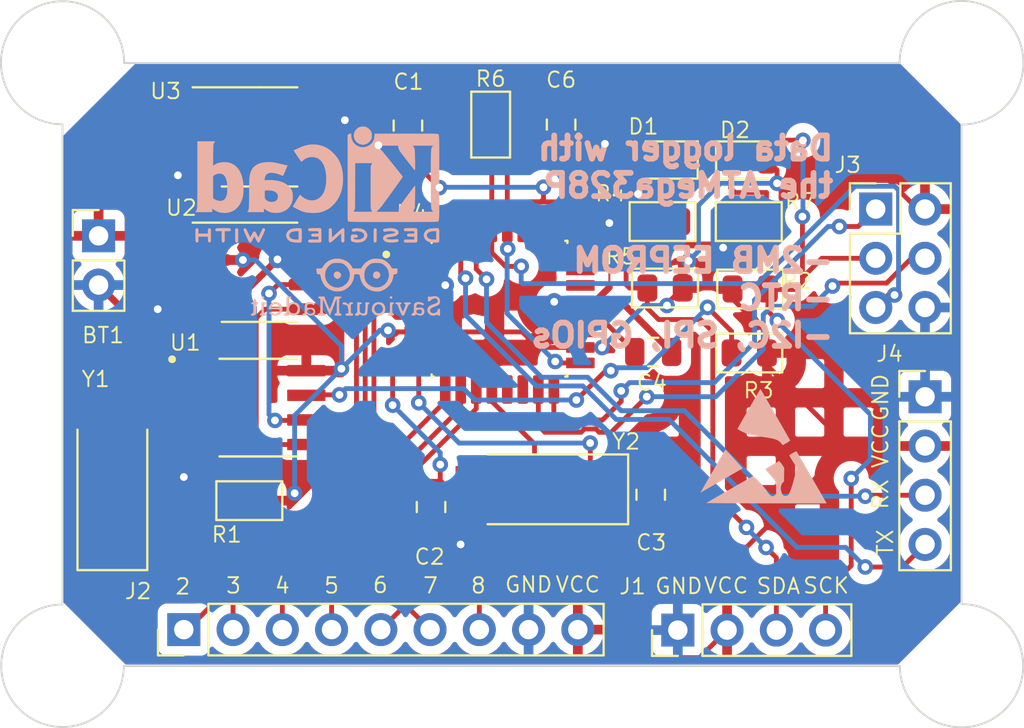
<source format=kicad_pcb>
(kicad_pcb (version 20221018) (generator pcbnew)
  (title_block (title "${project_name}") (date "2024-05-05") (rev "1") (comment 1 " 2-layer PCB version"))
  (layers (0 "F.Cu" mixed) (31 "B.Cu" mixed) (34 "B.Paste" user) (35 "F.Paste" user) (36 "B.SilkS" user "B.Silkscreen") (37 "F.SilkS" user "F.Silkscreen") (38 "B.Mask" user) (39 "F.Mask" user) (44 "Edge.Cuts" user))
  (property "Project_name" "MCu Datalogger with memory and clock")
  (net 0 "")
  (net 1 "/Vcc")
  (net 2 "GND")
  (net 3 "Net-(U4-PB6)")
  (net 4 "Net-(U4-PB7)")
  (net 5 "Net-(U4-AREF)")
  (net 6 "Net-(D1-K)")
  (net 7 "SCK")
  (net 8 "Net-(D2-K)")
  (net 9 "SDA")
  (net 10 "D2")
  (net 11 "D3")
  (net 12 "D4")
  (net 13 "D5")
  (net 14 "D6")
  (net 15 "D7")
  (net 16 "D8")
  (net 17 "MISO")
  (net 18 "MOSI")
  (net 19 "RESET")
  (net 20 "RX")
  (net 21 "TX")
  (net 22 "Net-(U1-~{INTA})")
  (net 23 "Net-(U1-SQW{slash}~INT)")
  (net 24 "Net-(U1-X2)")
  (net 25 "Net-(U1-X1)")
  (footprint "LED_SMD:LED_0805_2012Metric" (layer "F.Cu") (at 148.7443 91.9988)
    (fp_text reference "D2")
    (fp_text value "LED" hide)
  )
  (footprint "Connector_PinHeader_2.54mm:PinHeader_1x04_P2.54mm_Vertical" (layer "F.Cu") (at 157.8356 104.2162)
    (fp_text reference "J4")
    (fp_text value "UART" hide)
  )
  (footprint "MountingHole:MountingHole_2.1mm" (layer "F.Cu") (at 113.355017 118.110035)
    (fp_text reference "H2")
    (fp_text value "MountingHole" hide)
  )
  (footprint "Package_SO:SOIC-8_3.9x4.9mm_P1.27mm" (layer "F.Cu") (at 123.515017 90.805035)
    (fp_text reference "U3")
    (fp_text value "24LC1025" hide)
  )
  (footprint "MountingHole:MountingHole_2.1mm" (layer "F.Cu") (at 159.710017 118.110035)
    (fp_text reference "H3")
    (fp_text value "MountingHole" hide)
  )
  (footprint "Connector_PinHeader_2.54mm:PinHeader_1x09_P2.54mm_Vertical" (layer "F.Cu") (at 119.6086 116.2304 90)
    (fp_text reference "J2")
    (fp_text value "GPIO" hide)
  )
  (footprint "PCM_Resistor_SMD_AKL:R_0805_2012Metric" (layer "F.Cu") (at 148.7678 101.9556 180)
    (fp_text reference "R2")
    (fp_text value "10K" hide)
  )
  (footprint "Capacitor_SMD:C_0805_2012Metric" (layer "F.Cu") (at 131.1656 90.2208 -90)
    (fp_text reference "C1")
    (fp_text value "0.1uF" hide)
  )
  (footprint "Capacitor_SMD:C_0805_2012Metric" (layer "F.Cu") (at 132.3594 109.9058 90)
    (fp_text reference "C2")
    (fp_text value "22pF" hide)
  )
  (footprint "Capacitor_SMD:C_0805_2012Metric" (layer "F.Cu") (at 143.6878 109.2708 90)
    (fp_text reference "C3")
    (fp_text value "22pF" hide)
  )
  (footprint "Capacitor_SMD:C_0805_2012Metric" (layer "F.Cu") (at 139.065 90.17 90)
    (fp_text reference "C6")
    (fp_text value "100nF" hide)
  )
  (footprint "Crystal:Crystal_SMD_5032-2Pin_5.0x3.2mm_HandSoldering" (layer "F.Cu") (at 115.9256 108.6104 90)
    (fp_text reference "Y1")
    (fp_text value "32.768 KHz" hide)
  )
  (footprint "Package_SO:SOIC-8_3.9x4.9mm_P1.27mm" (layer "F.Cu") (at 123.515017 97.790035)
    (fp_text reference "U2")
    (fp_text value "24LC1025" hide)
  )
  (footprint "MountingHole:MountingHole_2.1mm" (layer "F.Cu") (at 159.710017 86.995035)
    (fp_text reference "H4")
    (fp_text value "MountingHole" hide)
  )
  (footprint "Connector_PinHeader_2.54mm:PinHeader_2x03_P2.54mm_Vertical" (layer "F.Cu") (at 155.2906 94.5284)
    (fp_text reference "J3")
    (fp_text value "ICSP" hide)
  )
  (footprint "Connector_PinHeader_2.54mm:PinHeader_1x04_P2.54mm_Vertical" (layer "F.Cu") (at 145.0848 116.2558 90)
    (fp_text reference "J1")
    (fp_text value "I2C" hide)
  )
  (footprint "PCM_Resistor_SMD_AKL:R_0805_2012Metric" (layer "F.Cu") (at 148.8186 98.6536 180)
    (fp_text reference "R3")
    (fp_text value "4.7K" hide)
  )
  (footprint "Crystal:Crystal_SMD_5032-2Pin_5.0x3.2mm_HandSoldering" (layer "F.Cu") (at 137.9728 108.9914 180)
    (fp_text reference "Y2")
    (fp_text value "16 MHz" hide)
  )
  (footprint "PCM_Resistor_SMD_AKL:R_0805_2012Metric" (layer "F.Cu") (at 144.2993 95.1738)
    (fp_text reference "R4")
    (fp_text value "330" hide)
  )
  (footprint "LED_SMD:LED_0805_2012Metric" (layer "F.Cu") (at 144.4244 91.9988 180)
    (fp_text reference "D1")
    (fp_text value "LED" hide)
  )
  (footprint "Capacitor_SMD:C_0805_2012Metric" (layer "F.Cu") (at 143.8148 101.9048)
    (fp_text reference "C4")
    (fp_text value "0.1uF" hide)
  )
  (footprint "DS1337S_:SOIC127P600X175-8N" (layer "F.Cu") (at 123.450017 104.775035)
    (fp_text reference "U1")
    (fp_text value "DS1337S_" hide)
  )
  (footprint "PCM_Resistor_SMD_AKL:R_0805_2012Metric" (layer "F.Cu") (at 122.9868 109.5756 180)
    (fp_text reference "R1")
    (fp_text value "10K" hide)
  )
  (footprint "Connector_PinHeader_2.54mm:PinHeader_1x02_P2.54mm_Vertical" (layer "F.Cu") (at 115.2144 95.9104)
    (fp_text reference "BT1")
    (fp_text value "Battery" hide)
  )
  (footprint "ATMEGA328P-AU:QFP80P900X900X120-32N" (layer "F.Cu") (at 135.89 99.6696)
    (fp_text reference "U4")
    (fp_text value "ATMEGA328P-AU" hide)
  )
  (footprint "MountingHole:MountingHole_2.1mm" (layer "F.Cu") (at 113.411 87.1474)
    (fp_text reference "H1")
    (fp_text value "MountingHole" hide)
  )
  (footprint "PCM_Resistor_SMD_AKL:R_0805_2012Metric" (layer "F.Cu") (at 135.4328 90.17 -90)
    (fp_text reference "R6")
    (fp_text value "10K" hide)
  )
  (footprint "PCM_Resistor_SMD_AKL:R_0805_2012Metric" (layer "F.Cu") (at 144.4244 98.6028 180)
    (fp_text reference "R5")
    (fp_text value "4.7K" hide)
  )
  (footprint "PCM_Resistor_SMD_AKL:R_0805_2012Metric" (layer "F.Cu") (at 148.7443 95.1738)
    (fp_text reference "R7")
    (fp_text value "330" hide)
  )
  (footprint "logo:saiourmadeit" (layer "B.Cu") (at 127.889811 100.062575 180)
    (fp_text reference "G***" hide)
    (fp_text value "LOGO" hide)
  )
  (footprint "Symbol:ESD-Logo_6.6x6mm_SilkScreen" (layer "B.Cu") (at 149.5 106.75 180)
    (fp_text reference "REF**" hide)
    (fp_text value "ESD-Logo_6.6x6mm_SilkScreen" hide)
  )
  (footprint "Symbol:KiCad-Logo2_5mm_SilkScreen" (layer "B.Cu") (at 126.5 93.25 180)
    (fp_text reference "REF**" hide)
    (fp_text value "KiCad-Logo2_5mm_SilkScreen" hide)
  )
  (gr_arc (start 159.709985 114.915004) (mid 161.970713 120.336566) (end 156.535017 118.110035) (stroke (width 0.1)) (layer "Edge.Cuts"))
  (gr_line (start 156.535017 118.110035) (end 116.514982 118.109964) (stroke (width 0.1)) (layer "Edge.Cuts"))
  (gr_line (start 116.530017 86.995035) (end 156.525049 86.995082) (stroke (width 0.1)) (layer "Edge.Cuts"))
  (gr_arc (start 156.525049 86.995082) (mid 161.967135 84.720813) (end 159.710017 90.170034) (stroke (width 0.1)) (layer "Edge.Cuts"))
  (gr_line (start 113.355017 114.935035) (end 113.355017 90.15507) (stroke (width 0.1)) (layer "Edge.Cuts"))
  (gr_line (start 159.710017 90.170034) (end 159.709985 114.915004) (stroke (width 0.1)) (layer "Edge.Cuts"))
  (gr_arc (start 116.514982 118.109964) (mid 111.115287 120.324208) (end 113.355017 114.935035) (stroke (width 0.1)) (layer "Edge.Cuts"))
  (gr_arc (start 113.355017 90.15507) (mid 111.115238 84.729649) (end 116.530017 86.995035) (stroke (width 0.1)) (layer "Edge.Cuts"))
  (gr_text "Data logger with \nthe ATMega328P\n\n-2MB EEPROM\n-RTC\n-I2C, SPI, GPIOs" (at 153.25 101.75) (layer "B.SilkS") (effects (font (size 1.2 1.2) (thickness 0.3) bold) (justify left bottom mirror)))
  (gr_text "VCC" (at 147.574 114.427) (layer "F.SilkS") (effects (font (size 0.8 0.8) (thickness 0.1)) (justify bottom)))
  (gr_text "RX" (at 156 109.25 90) (layer "F.SilkS") (effects (font (size 0.8 0.8) (thickness 0.1)) (justify bottom)))
  (gr_text "VCC" (at 139.9286 114.3762) (layer "F.SilkS") (effects (font (size 0.8 0.8) (thickness 0.1)) (justify bottom)))
  (gr_text "TX" (at 156.25 111.75 90) (layer "F.SilkS") (effects (font (size 0.8 0.8) (thickness 0.1)) (justify bottom)))
  (gr_text "GND\n" (at 145.1356 114.4524) (layer "F.SilkS") (effects (font (size 0.8 0.8) (thickness 0.1)) (justify bottom)))
  (gr_text "5" (at 127.2286 114.427) (layer "F.SilkS") (effects (font (size 0.8 0.8) (thickness 0.1)) (justify bottom)))
  (gr_text "2" (at 119.5578 114.4778) (layer "F.SilkS") (effects (font (size 0.8 0.8) (thickness 0.1)) (justify bottom)))
  (gr_text "7" (at 132.334 114.427) (layer "F.SilkS") (effects (font (size 0.8 0.8) (thickness 0.1)) (justify bottom)))
  (gr_text "6" (at 129.7432 114.4016) (layer "F.SilkS") (effects (font (size 0.8 0.8) (thickness 0.1)) (justify bottom)))
  (gr_text "GND\n" (at 137.3886 114.3762) (layer "F.SilkS") (effects (font (size 0.8 0.8) (thickness 0.1)) (justify bottom)))
  (gr_text "4" (at 124.6886 114.427) (layer "F.SilkS") (effects (font (size 0.8 0.8) (thickness 0.1)) (justify bottom)))
  (gr_text "VCC" (at 156 106.75 90) (layer "F.SilkS") (effects (font (size 0.8 0.8) (thickness 0.1)) (justify bottom)))
  (gr_text "3\n" (at 122.174 114.427) (layer "F.SilkS") (effects (font (size 0.8 0.8) (thickness 0.1)) (justify bottom)))
  (gr_text "GND\n" (at 156 104.25 90) (layer "F.SilkS") (effects (font (size 0.8 0.8) (thickness 0.1)) (justify bottom)))
  (gr_text "8" (at 134.7978 114.427) (layer "F.SilkS") (effects (font (size 0.8 0.8) (thickness 0.1)) (justify bottom)))
  (gr_text "SDA" (at 150.2664 114.4524) (layer "F.SilkS") (effects (font (size 0.8 0.8) (thickness 0.1)) (justify bottom)))
  (gr_text "SCK" (at 152.7302 114.427) (layer "F.SilkS") (effects (font (size 0.8 0.8) (thickness 0.1)) (justify bottom)))
  (segment (start 122.6566 97.155035) (end 121.040017 97.155035) (width 0.25) (layer "F.Cu") (net 1))
  (segment (start 121.040017 88.900035) (end 120.065017 88.900035) (width 0.25) (layer "F.Cu") (net 1))
  (segment (start 157.8306 94.5284) (end 157.45022 94.5284) (width 0.25) (layer "F.Cu") (net 1))
  (segment (start 122.351835 91.440035) (end 123.1138 92.202) (width 0.25) (layer "F.Cu") (net 1))
  (segment (start 119.3292 89.635852) (end 119.3292 90.9574) (width 0.25) (layer "F.Cu") (net 1))
  (segment (start 125.925017 102.870035) (end 127.634965 102.870035) (width 0.25) (layer "F.Cu") (net 1))
  (segment (start 145.3369 98.6028) (end 145.3369 97.5125) (width 0.25) (layer "F.Cu") (net 1))
  (segment (start 123.1392 95.885035) (end 121.040017 95.885035) (width 0.25) (layer "F.Cu") (net 1))
  (segment (start 139.9286 117.6782) (end 139.9032 117.6528) (width 0.25) (layer "F.Cu") (net 1))
  (segment (start 131.1789 89.2575) (end 131.1656 89.2708) (width 0.25) (layer "F.Cu") (net 1))
  (segment (start 131.72 99.2696) (end 131.00222 99.2696) (width 0.25) (layer "F.Cu") (net 1))
  (segment (start 153.8478 106.7562) (end 147.6502 112.9538) (width 0.25) (layer "F.Cu") (net 1))
  (segment (start 145.3369 97.5125) (end 145.6436 97.2058) (width 0.25) (layer "F.Cu") (net 1))
  (segment (start 130.1375 100.7872) (end 130.2199 100.8696) (width 0.25) (layer "F.Cu") (net 1))
  (segment (start 121.040017 98.425035) (end 121.040017 97.155035) (width 0.25) (layer "F.Cu") (net 1))
  (segment (start 125.990017 95.885035) (end 123.1392 95.885035) (width 0.25) (layer "F.Cu") (net 1))
  (segment (start 147.6248 116.2558) (end 146.2024 117.6782) (width 0.25) (layer "F.Cu") (net 1))
  (segment (start 130.2199 100.8696) (end 131.72 100.8696) (width 0.25) (layer "F.Cu") (net 1))
  (segment (start 123.1138 92.202) (end 123.1138 95.859635) (width 0.25) (layer "F.Cu") (net 1))
  (segment (start 119.3292 90.9574) (end 119.811835 91.440035) (width 0.25) (layer "F.Cu") (net 1))
  (segment (start 141.1666 101.6696) (end 141.1732 101.6762) (width 0.25) (layer "F.Cu") (net 1))
  (segment (start 135.4328 89.2575) (end 131.1789 89.2575) (width 0.25) (layer "F.Cu") (net 1))
  (segment (start 150.202042 92.519042) (end 149.6818 91.9988) (width 0.25) (layer "F.Cu") (net 1))
  (segment (start 120.065017 88.900035) (end 119.3292 89.635852) (width 0.25) (layer "F.Cu") (net 1))
  (segment (start 124.9426 109.5756) (end 125.3236 109.1946) (width 0.25) (layer "F.Cu") (net 1))
  (segment (start 139.9286 117.6274) (end 139.9286 116.2304) (width 0.25) (layer "F.Cu") (net 1))
  (segment (start 133.0198 100.8696) (end 137.0646 100.8696) (width 0.25) (layer "F.Cu") (net 1))
  (segment (start 140.06 101.6696) (end 141.1666 101.6696) (width 0.25) (layer "F.Cu") (net 1))
  (segment (start 121.040017 91.440035) (end 122.351835 91.440035) (width 0.25) (layer "F.Cu") (net 1))
  (segment (start 139.065 89.22) (end 135.4703 89.22) (width 0.25) (layer "F.Cu") (net 1))
  (segment (start 130.794835 88.900035) (end 131.1656 89.2708) (width 0.25) (layer "F.Cu") (net 1))
  (segment (start 157.45022 94.5284) (end 154.92062 91.9988) (width 0.25) (layer "F.Cu") (net 1))
  (segment (start 149.6803 100.9377) (end 147.9061 99.1635) (width 0.25) (layer "F.Cu") (net 1))
  (segment (start 137.0646 100.8696) (end 137.8646 101.6696) (width 0.25) (layer "F.Cu") (net 1))
  (segment (start 149.6803 102.5887) (end 153.8478 106.7562) (width 0.25) (layer "F.Cu") (net 1))
  (segment (start 144.526 99.5039) (end 144.526 99.4137) (width 0.25) (layer "F.Cu") (net 1))
  (segment (start 149.6803 101.9556) (end 149.6803 102.5887) (width 0.25) (layer "F.Cu") (net 1))
  (segment (start 135.4703 89.22) (end 135.4328 89.2575) (width 0.25) (layer "F.Cu") (net 1))
  (segment (start 132.95 99.2696) (end 131.72 99.2696) (width 0.25) (layer "F.Cu") (net 1))
  (segment (start 147.8553 98.6028) (end 147.9061 98.6536) (width 0.25) (layer "F.Cu") (net 1))
  (segment (start 144.526 99.4137) (end 145.3369 98.6028) (width 0.25) (layer "F.Cu") (net 1))
  (segment (start 139.9032 117.6528) (end 139.9286 117.6274) (width 0.25) (layer "F.Cu") (net 1))
  (segment (start 131.72 100.8696) (end 133.0198 100.8696) (width 0.25) (layer "F.Cu") (net 1))
  (segment (start 133.0198 100.8696) (end 133.0198 99.3394) (width 0.25) (layer "F.Cu") (net 1))
  (segment (start 127.634965 102.870035) (end 127.7366 102.7684) (width 0.25) (layer "F.Cu") (net 1))
  (segment (start 154.92062 91.9988) (end 149.6818 91.9988) (width 0.25) (layer "F.Cu") (net 1))
  (segment (start 137.8646 101.6696) (end 140.06 101.6696) (width 0.25) (layer "F.Cu") (net 1))
  (segment (start 119.811835 91.440035) (end 121.040017 91.440035) (width 0.25) (layer "F.Cu") (net 1))
  (segment (start 145.3369 98.6028) (end 147.8553 98.6028) (width 0.25) (layer "F.Cu") (net 1))
  (segment (start 115.239765 95.885035) (end 115.2144 95.9104) (width 0.25) (layer "F.Cu") (net 1))
  (segment (start 121.040017 88.900035) (end 125.990017 88.900035) (width 0.25) (layer "F.Cu") (net 1))
  (segment (start 123.1138 95.859635) (end 123.1392 95.885035) (width 0.25) (layer "F.Cu") (net 1))
  (segment (start 153.8478 106.7562) (end 157.8356 106.7562) (width 0.25) (layer "F.Cu") (net 1))
  (segment (start 146.2024 117.6782) (end 139.9286 117.6782) (width 0.25) (layer "F.Cu") (net 1))
  (segment (start 147.6502 112.9538) (end 147.6502 116.2304) (width 0.25) (layer "F.Cu") (net 1))
  (segment (start 121.040017 95.885035) (end 121.040017 97.155035) (width 0.25) (layer "F.Cu") (net 1))
  (segment (start 149.6803 101.9556) (end 149.6803 100.9377) (width 0.25) (layer "F.Cu") (net 1))
  (segment (start 133.0198 99.3394) (end 132.95 99.2696) (width 0.25) (layer "F.Cu") (net 1))
  (segment (start 125.990017 88.900035) (end 130.794835 88.900035) (width 0.25) (layer "F.Cu") (net 1))
  (segment (start 121.040017 95.885035) (end 115.239765 95.885035) (width 0.25) (layer "F.Cu") (net 1))
  (segment (start 147.6502 116.2304) (end 147.6248 116.2558) (width 0.25) (layer "F.Cu") (net 1))
  (segment (start 147.9061 99.1635) (end 147.9061 98.6536) (width 0.25) (layer "F.Cu") (net 1))
  (segment (start 123.8993 109.5756) (end 124.9426 109.5756) (width 0.25) (layer "F.Cu") (net 1))
  (segment (start 150.202042 93.198113) (end 150.202042 92.519042) (width 0.25) (layer "F.Cu") (net 1))
  (via (at 145.6436 97.2058) (size 0.8) (drill 0.4) (layers "F.Cu" "B.Cu") (net 1))
  (via (at 125.3236 109.1946) (size 0.8) (drill 0.4) (layers "F.Cu" "B.Cu") (net 1))
  (via (at 130.1375 100.7872) (size 0.8) (drill 0.4) (layers "F.Cu" "B.Cu") (net 1))
  (via (at 144.526 99.5039) (size 0.8) (drill 0.4) (layers "F.Cu" "B.Cu") (net 1))
  (via (at 141.1732 101.6762) (size 0.8) (drill 0.4) (layers "F.Cu" "B.Cu") (net 1))
  (via (at 150.202042 93.198113) (size 0.8) (drill 0.4) (layers "F.Cu" "B.Cu") (net 1))
  (via (at 127.7366 102.7684) (size 0.8) (drill 0.4) (layers "F.Cu" "B.Cu") (net 1))
  (via (at 122.6566 97.155035) (size 0.8) (drill 0.4) (layers "F.Cu" "B.Cu") (net 1))
  (segment (start 143.3455 99.5039) (end 144.526 99.5039) (width 0.25) (layer "B.Cu") (net 1))
  (segment (start 146.1516 94.3356) (end 147.289087 93.198113) (width 0.25) (layer "B.Cu") (net 1))
  (segment (start 141.1732 101.6762) (end 143.3455 99.5039) (width 0.25) (layer "B.Cu") (net 1))
  (segment (start 125.3236 105.1814) (end 127.7366 102.7684) (width 0.25) (layer "B.Cu") (net 1))
  (segment (start 123.30094 97.155035) (end 127.7366 101.590695) (width 0.25) (layer "B.Cu") (net 1))
  (segment (start 127.7366 101.590695) (end 127.7366 102.7684) (width 0.25) (layer "B.Cu") (net 1))
  (segment (start 145.6436 97.2058) (end 146.1516 96.6978) (width 0.25) (layer "B.Cu") (net 1))
  (segment (start 130.1375 100.7872) (end 129.7178 100.7872) (width 0.25) (layer "B.Cu") (net 1))
  (segment (start 146.1516 96.6978) (end 146.1516 94.3356) (width 0.25) (layer "B.Cu") (net 1))
  (segment (start 122.6566 97.155035) (end 123.30094 97.155035) (width 0.25) (layer "B.Cu") (net 1))
  (segment (start 125.3236 109.1946) (end 125.3236 105.1814) (width 0.25) (layer "B.Cu") (net 1))
  (segment (start 147.289087 93.198113) (end 150.202042 93.198113) (width 0.25) (layer "B.Cu") (net 1))
  (segment (start 129.7178 100.7872) (end 127.7366 102.7684) (width 0.25) (layer "B.Cu") (net 1))
  (segment (start 143.3868 95.1738) (end 143.3868 94.1108) (width 0.35) (layer "F.Cu") (net 2))
  (segment (start 141.5542 98.56389) (end 140.84849 99.2696) (width 0.35) (layer "F.Cu") (net 2))
  (segment (start 140.84849 99.2696) (end 140.06 99.2696) (width 0.35) (layer "F.Cu") (net 2))
  (segment (start 143.3868 94.1108) (end 143.0274 93.7514) (width 0.35) (layer "F.Cu") (net 2))
  (segment (start 144.7648 101.9048) (end 142.1296 99.2696) (width 0.35) (layer "F.Cu") (net 2))
  (segment (start 119.379965 92.710035) (end 119.3038 92.7862) (width 0.35) (layer "F.Cu") (net 2))
  (segment (start 145.0848 111.6178) (end 145.0848 116.2558) (width 0.35) (layer "F.Cu") (net 2))
  (segment (start 144.4244 96.5962) (end 144.6398 96.3808) (width 0.35) (layer "F.Cu") (net 2))
  (segment (start 131.72 100.0696) (end 130.586627 100.0696) (width 0.35) (layer "F.Cu") (net 2))
  (segment (start 115.2144 98.4504) (end 116.4336 99.6696) (width 0.35) (layer "F.Cu") (net 2))
  (segment (start 141.285 91.12) (end 141.3256 91.1606) (width 0.35) (layer "F.Cu") (net 2))
  (segment (start 131.1656 91.1708) (end 129.7076 91.1708) (width 0.35) (layer "F.Cu") (net 2))
  (segment (start 121.040017 99.695035) (end 121.869165 99.695035) (width 0.35) (layer "F.Cu") (net 2))
  (segment (start 121.040017 92.710035) (end 119.379965 92.710035) (width 0.35) (layer "F.Cu") (net 2))
  (segment (start 147.8318 95.1738) (end 147.8318 96.1098) (width 0.35) (layer "F.Cu") (net 2))
  (segment (start 140.06 99.2696) (end 138.7538 99.2696) (width 0.35) (layer "F.Cu") (net 2))
  (segment (start 141.5542 95.25) (end 141.5542 98.56389) (width 0.1) (layer "F.Cu") (net 2))
  (segment (start 130.45222 98.68118) (end 130.6638 98.4696) (width 0.35) (layer "F.Cu") (net 2))
  (segment (start 138.7538 99.2696) (end 138.7094 99.314) (width 0.35) (layer "F.Cu") (net 2))
  (segment (start 142.1296 99.2696) (end 140.06 99.2696) (width 0.35) (layer "F.Cu") (net 2))
  (segment (start 143.3868 95.5586) (end 144.4244 96.5962) (width 0.35) (layer "F.Cu") (net 2))
  (segment (start 130.586627 100.0696) (end 130.45222 99.935193) (width 0.35) (layer "F.Cu") (net 2))
  (segment (start 120.975017 106.989983) (end 119.6086 108.3564) (width 0.35) (layer "F.Cu") (net 2))
  (segment (start 116.8654 99.6696) (end 116.890835 99.695035) (width 0.35) (layer "F.Cu") (net 2))
  (segment (start 130.6638 98.4696) (end 131.72 98.4696) (width 0.35) (layer "F.Cu") (net 2))
  (segment (start 116.890835 99.695035) (end 118.2624 99.695035) (width 0.35) (layer "F.Cu") (net 2))
  (segment (start 132.903 110.8558) (end 133.8834 111.8362) (width 0.35) (layer "F.Cu") (net 2))
  (segment (start 130.45222 99.935193) (end 130.45222 98.68118) (width 0.35) (layer "F.Cu") (net 2))
  (segment (start 143.6878 110.2208) (end 145.0848 111.6178) (width 0.35) (layer "F.Cu") (net 2))
  (segment (start 121.869165 99.695035) (end 124.409165 97.155035) (width 0.35) (layer "F.Cu") (net 2))
  (segment (start 144.6398 96.3808) (end 147.2824 96.3808) (width 0.35) (layer "F.Cu") (net 2))
  (segment (start 118.2624 99.695035) (end 121.040017 99.695035) (width 0.35) (layer "F.Cu") (net 2))
  (segment (start 116.4336 99.6696) (end 116.8654 99.6696) (width 0.35) (layer "F.Cu") (net 2))
  (segment (start 127.685765 90.170035) (end 125.990017 90.170035) (width 0.35) (layer "F.Cu") (net 2))
  (segment (start 125.990017 90.170035) (end 121.040017 90.170035) (width 0.35) (layer "F.Cu") (net 2))
  (segment (start 133.079254 98.4696) (end 133.091519 98.457335) (width 0.35) (layer "F.Cu") (net 2))
  (segment (start 132.3594 110.8558) (end 132.903 110.8558) (width 0.35) (layer "F.Cu") (net 2))
  (segment (start 147.2824 96.3808) (end 147.4216 96.52) (width 0.35) (layer "F.Cu") (net 2))
  (segment (start 131.72 98.4696) (end 133.079254 98.4696) (width 0.35) (layer "F.Cu") (net 2))
  (segment (start 143.3868 95.1738) (end 143.3868 95.5586) (width 0.35) (layer "F.Cu") (net 2))
  (segment (start 124.409165 97.155035) (end 125.990017 97.155035) (width 0.35) (layer "F.Cu") (net 2))
  (segment (start 129.7076 91.1708) (end 129.6416 91.2368) (width 0.35) (layer "F.Cu") (net 2))
  (segment (start 147.8318 96.1098) (end 147.4216 96.52) (width 0.35) (layer "F.Cu") (net 2))
  (segment (start 120.975017 106.680035) (end 120.975017 106.989983) (width 0.35) (layer "F.Cu") (net 2))
  (segment (start 139.065 91.12) (end 141.285 91.12) (width 0.35) (layer "F.Cu") (net 2))
  (segment (start 127.9144 89.9414) (end 127.685765 90.170035) (width 0.35) (layer "F.Cu") (net 2))
  (via (at 138.7094 99.314) (size 0.9) (drill 0.4) (layers "F.Cu" "B.Cu") (net 2))
  (via (at 141.3256 91.1606) (size 0.9) (drill 0.4) (layers "F.Cu" "B.Cu") (net 2))
  (via (at 124.438063 97.126137) (size 0.9) (drill 0.4) (layers "F.Cu" "B.Cu") (net 2))
  (via (at 133.091519 98.457335) (size 0.9) (drill 0.4) (layers "F.Cu" "B.Cu") (net 2))
  (via (at 118.2624 99.695035) (size 0.9) (drill 0.4) (layers "F.Cu" "B.Cu") (net 2))
  (via (at 119.3038 92.7862) (size 0.9) (drill 0.4) (layers "F.Cu" "B.Cu") (net 2))
  (via (at 141.5542 95.25) (size 0.9) (drill 0.4) (layers "F.Cu" "B.Cu") (net 2))
  (via (at 127.9144 89.9414) (size 0.9) (drill 0.4) (layers "F.Cu" "B.Cu") (net 2))
  (via (at 133.8834 111.8362) (size 0.9) (drill 0.4) (layers "F.Cu" "B.Cu") (net 2))
  (via (at 129.6416 91.2368) (size 0.9) (drill 0.4) (layers "F.Cu" "B.Cu") (net 2))
  (via (at 147.4216 96.52) (size 0.9) (drill 0.4) (layers "F.Cu" "B.Cu") (net 2))
  (via (at 143.0274 93.7514) (size 0.8) (drill 0.4) (layers "F.Cu" "B.Cu") (net 2))
  (via (at 119.6086 108.3564) (size 0.9) (drill 0.4) (layers "F.Cu" "B.Cu") (net 2))
  (segment (start 131.760321 97.126137) (end 124.438063 97.126137) (width 0.35) (layer "B.Cu") (net 2))
  (segment (start 119.6086 108.3564) (end 118.999 107.7468) (width 0.35) (layer "B.Cu") (net 2))
  (segment (start 143.0274 93.7768) (end 141.5542 95.25) (width 0.35) (layer "B.Cu") (net 2))
  (segment (start 141.5542 91.3892) (end 141.5542 95.25) (width 0.35) (layer "B.Cu") (net 2))
  (segment (start 118.999 107.7468) (end 118.999 100.431635) (width 0.35) (layer "B.Cu") (net 2))
  (segment (start 143.0274 93.7514) (end 143.0274 93.7768) (width 0.35) (layer "B.Cu") (net 2))
  (segment (start 118.999 100.431635) (end 118.2624 99.695035) (width 0.35) (layer "B.Cu") (net 2))
  (segment (start 141.3256 91.1606) (end 141.5542 91.3892) (width 0.35) (layer "B.Cu") (net 2))
  (segment (start 133.091519 98.457335) (end 131.760321 97.126137) (width 0.35) (layer "B.Cu") (net 2))
  (segment (start 132.833599 108.481601) (end 132.3594 108.9558) (width 0.25) (layer "F.Cu") (net 3))
  (segment (start 130.3782 102.281983) (end 130.3782 104.648) (width 0.25) (layer "F.Cu") (net 3))
  (segment (start 130.990583 101.6696) (end 130.3782 102.281983) (width 0.25) (layer "F.Cu") (net 3))
  (segment (start 131.72 101.6696) (end 130.990583 101.6696) (width 0.25) (layer "F.Cu") (net 3))
  (segment (start 132.833599 107.712999) (end 132.833599 108.481601) (width 0.25) (layer "F.Cu") (net 3))
  (segment (start 135.3728 108.9914) (end 132.395 108.9914) (width 0.25) (layer "F.Cu") (net 3))
  (segment (start 132.395 108.9914) (end 132.3594 108.9558) (width 0.25) (layer "F.Cu") (net 3))
  (via (at 132.833599 107.712999) (size 0.8) (drill 0.4) (layers "F.Cu" "B.Cu") (net 3))
  (via (at 130.3782 104.648) (size 0.8) (drill 0.4) (layers "F.Cu" "B.Cu") (net 3))
  (segment (start 130.3782 104.648) (end 132.833599 107.103399) (width 0.25) (layer "B.Cu") (net 3))
  (segment (start 132.833599 107.103399) (end 132.833599 107.712999) (width 0.25) (layer "B.Cu") (net 3))
  (segment (start 140.5728 106.613) (end 140.5636 106.6038) (width 0.25) (layer "F.Cu") (net 4))
  (segment (start 131.7244 102.474) (end 131.72 102.4696) (width 0.25) (layer "F.Cu") (net 4))
  (segment (start 143.6878 108.3208) (end 141.2434 108.3208) (width 0.25) (layer "F.Cu") (net 4))
  (segment (start 141.2434 108.3208) (end 140.5728 108.9914) (width 0.25) (layer "F.Cu") (net 4))
  (segment (start 131.7244 104.521) (end 131.7244 102.474) (width 0.25) (layer "F.Cu") (net 4))
  (segment (start 140.5728 108.9914) (end 140.5728 106.613) (width 0.25) (layer "F.Cu") (net 4))
  (via (at 140.5636 106.6038) (size 0.8) (drill 0.4) (layers "F.Cu" "B.Cu") (net 4))
  (via (at 131.7244 104.521) (size 0.8) (drill 0.4) (layers "F.Cu" "B.Cu") (net 4))
  (segment (start 133.8072 106.6038) (end 131.7244 104.521) (width 0.25) (layer "B.Cu") (net 4))
  (segment (start 140.5636 106.6038) (end 133.8072 106.6038) (width 0.25) (layer "B.Cu") (net 4))
  (segment (start 141.0296 100.0696) (end 140.06 100.0696) (width 0.25) (layer "F.Cu") (net 5))
  (segment (start 142.8648 101.9048) (end 141.0296 100.0696) (width 0.25) (layer "F.Cu") (net 5))
  (segment (start 145.3619 95.0237) (end 145.2118 95.1738) (width 0.25) (layer "F.Cu") (net 6))
  (segment (start 145.3619 91.9988) (end 145.3619 95.0237) (width 0.25) (layer "F.Cu") (net 6))
  (segment (start 151.511 94.9198) (end 151.511 98.0694) (width 0.25) (layer "F.Cu") (net 7))
  (segment (start 136.8806 91.9988) (end 136.29 92.5894) (width 0.25) (layer "F.Cu") (net 7))
  (segment (start 152.7048 116.2558) (end 152.7048 114.2492) (width 0.25) (layer "F.Cu") (net 7))
  (segment (start 126.923765 98.425035) (end 127.6096 97.7392) (width 0.25) (layer "F.Cu") (net 7))
  (segment (start 145.841234 90.9738) (end 151.5274 90.9738) (width 0.25) (layer "F.Cu") (net 7))
  (segment (start 124.3076 105.4354) (end 125.899652 105.4354) (width 0.25) (layer "F.Cu") (net 7))
  (segment (start 123.7996 93.7514) (end 123.6472 93.599) (width 0.25) (layer "F.Cu") (net 7))
  (segment (start 125.990017 98.425035) (end 126.923765 98.425035) (width 0.25) (layer "F.Cu") (net 7))
  (segment (start 124.6886 94.6404) (end 123.7996 93.7514) (width 0.25) (layer "F.Cu") (net 7))
  (segment (start 123.6472 91.592399) (end 123.863082 91.376517) (width 0.25) (layer "F.Cu") (net 7))
  (segment (start 138.8357 102.4696) (end 138.7602 102.3941) (width 0.25) (layer "F.Cu") (net 7))
  (segment (start 136.3134 95.523) (end 136.29 95.4996) (width 0.25) (layer "F.Cu") (net 7))
  (segment (start 152.512 97.0684) (end 151.511 98.0694) (width 0.25) (layer "F.Cu") (net 7))
  (segment (start 152.7048 114.2492) (end 154.0256 112.9284) (width 0.25) (layer "F.Cu") (net 7))
  (segment (start 151.511 98.0694) (end 151.511 98.425) (width 0.25) (layer "F.Cu") (net 7))
  (segment (start 129.3876 90.17) (end 136.3472 90.17) (width 0.25) (layer "F.Cu") (net 7))
  (segment (start 154.0256 112.9284) (end 154.0256 108.4326) (width 0.25) (layer "F.Cu") (net 7))
  (segment (start 128.117565 91.440035) (end 129.3876 90.17) (width 0.25) (layer "F.Cu") (net 7))
  (segment (start 144.5119 90.9738) (end 145.841234 90.9738) (width 0.25) (layer "F.Cu") (net 7))
  (segment (start 140.06 102.4696) (end 138.8357 102.4696) (width 0.25) (layer "F.Cu") (net 7))
  (segment (start 127.6096 97.7392) (end 127.6096 95.857866) (width 0.25) (layer "F.Cu") (net 7))
  (segment (start 125.899652 105.4354) (end 125.925017 105.410035) (width 0.25) (layer "F.Cu") (net 7))
  (segment (start 136.3472 90.17) (end 136.906 90.7288) (width 0.25) (layer "F.Cu") (net 7))
  (segment (start 149.7311 98.6536) (end 149.7311 99.7947) (width 0.25) (layer "F.Cu") (net 7))
  (segment (start 124.459965 98.425035) (end 124.0028 98.8822) (width 0.25) (layer "F.Cu") (net 7))
  (segment (start 136.3134 96.5792) (end 136.3134 95.523) (width 0.25) (layer "F.Cu") (net 7))
  (segment (start 151.511 98.425) (end 151.257 98.679) (width 0.25) (layer "F.Cu") (net 7))
  (segment (start 123.863082 91.376517) (end 126.028134 91.376517) (width 0.25) (layer "F.Cu") (net 7))
  (segment (start 155.2906 97.0684) (end 152.512 97.0684) (width 0.25) (layer "F.Cu") (net 7))
  (segment (start 149.7565 98.679) (end 149.7311 98.6536) (width 0.25) (layer "F.Cu") (net 7))
  (segment (start 123.6472 93.599) (end 123.6472 91.592399) (width 0.25) (layer "F.Cu") (net 7))
  (segment (start 125.990017 98.425035) (end 124.459965 98.425035) (width 0.25) (layer "F.Cu") (net 7))
  (segment (start 151.5274 90.9738) (end 151.5364 90.9828) (width 0.25) (layer "F.Cu") (net 7))
  (segment (start 136.906 90.7288) (end 136.906 91.9988) (width 0.25) (layer "F.Cu") (net 7))
  (segment (start 143.4869 91.9988) (end 136.906 91.9988) (width 0.25) (layer "F.Cu") (net 7))
  (segment (start 126.392134 94.6404) (end 124.6886 94.6404) (width 0.25) (layer "F.Cu") (net 7))
  (segment (start 136.906 91.9988) (end 136.8806 91.9988) (width 0.25) (layer "F.Cu") (net 7))
  (segment (start 149.7311 99.7947) (end 150.2156 100.2792) (width 0.25) (layer "F.Cu") (net 7))
  (segment (start 151.257 98.679) (end 149.7565 98.679) (width 0.25) (layer "F.Cu") (net 7))
  (segment (start 127.6096 95.857866) (end 126.392134 94.6404) (width 0.25) (layer "F.Cu") (net 7))
  (segment (start 143.4869 91.9988) (end 144.5119 90.9738) (width 0.25) (layer "F.Cu") (net 7))
  (segment (start 136.29 92.5894) (end 136.29 95.4996) (width 0.25) (layer "F.Cu") (net 7))
  (segment (start 125.990017 91.440035) (end 128.117565 91.440035) (width 0.25) (layer "F.Cu") (net 7))
  (via (at 154.0256 108.4326) (size 0.8) (drill 0.4) (layers "F.Cu" "B.Cu") (net 7))
  (via (at 136.3134 96.5792) (size 0.8) (drill 0.4) (layers "F.Cu" "B.Cu") (net 7))
  (via (at 151.511 94.9198) (size 0.8) (drill 0.4) (layers "F.Cu" "B.Cu") (net 7))
  (via (at 124.3076 105.4354) (size 0.8) (drill 0.4) (layers "F.Cu" "B.Cu") (net 7))
  (via (at 138.7602 102.3941) (size 0.8) (drill 0.4) (layers "F.Cu" "B.Cu") (net 7))
  (via (at 124.0028 98.8822) (size 0.8) (drill 0.4) (layers "F.Cu" "B.Cu") (net 7))
  (via (at 150.2156 100.2792) (size 0.8) (drill 0.4) (layers "F.Cu" "B.Cu") (net 7))
  (via (at 151.5364 90.9828) (size 0.8) (drill 0.4) (layers "F.Cu" "B.Cu") (net 7))
  (segment (start 150.2156 100.33) (end 150.2156 100.2792) (width 0.25) (layer "B.Cu") (net 7))
  (segment (start 151.5364 90.9828) (end 151.5364 94.8944) (width 0.25) (layer "B.Cu") (net 7))
  (segment (start 124.0028 98.8822) (end 124.0028 105.1306) (width 0.25) (layer "B.Cu") (net 7))
  (segment (start 138.7602 102.3941) (end 136.2826 99.9165) (width 0.25) (layer "B.Cu") (net 7))
  (segment (start 150.1648 100.2792) (end 150.2156 100.33) (width 0.25) (layer "B.Cu") (net 7))
  (segment (start 155.0162 105.1306) (end 150.2156 100.33) (width 0.25) (layer "B.Cu") (net 7))
  (segment (start 136.2826 99.9165) (end 136.2826 96.61) (width 0.25) (layer "B.Cu") (net 7))
  (segment (start 150.2156 100.2792) (end 150.1648 100.2792) (width 0.25) (layer "B.Cu") (net 7))
  (segment (start 155.0162 107.442) (end 155.0162 105.1306) (width 0.25) (layer "B.Cu") (net 7))
  (segment (start 124.0028 105.1306) (end 124.3076 105.4354) (width 0.25) (layer "B.Cu") (net 7))
  (segment (start 151.5364 94.8944) (end 151.511 94.9198) (width 0.25) (layer "B.Cu") (net 7))
  (segment (start 154.0256 108.4326) (end 155.0162 107.442) (width 0.25) (layer "B.Cu") (net 7))
  (segment (start 136.2826 96.61) (end 136.3134 96.5792) (width 0.25) (layer "B.Cu") (net 7))
  (segment (start 148.0312 93.6752) (end 149.6568 93.6752) (width 0.25) (layer "F.Cu") (net 8))
  (segment (start 147.8068 93.4424) (end 147.8026 93.4466) (width 0.25) (layer "F.Cu") (net 8))
  (segment (start 149.6568 93.6752) (end 149.6568 95.1738) (width 0.25) (layer "F.Cu") (net 8))
  (segment (start 147.8068 91.9988) (end 147.8068 93.4424) (width 0.25) (layer "F.Cu") (net 8))
  (segment (start 147.8026 93.4466) (end 148.0312 93.6752) (width 0.25) (layer "F.Cu") (net 8))
  (segment (start 138.157778 93.403692) (end 138.157778 94.016422) (width 0.25) (layer "F.Cu") (net 9))
  (segment (start 143.5119 98.6028) (end 143.5119 99.6461) (width 0.25) (layer "F.Cu") (net 9))
  (segment (start 132.080035 92.710035) (end 125.990017 92.710035) (width 0.25) (layer "F.Cu") (net 9))
  (segment (start 146.8882 109.22) (end 148.623801 110.955601) (width 0.25) (layer "F.Cu") (net 9))
  (segment (start 142.1202 94.1578) (end 142.4178 94.4554) (width 0.25) (layer "F.Cu") (net 9))
  (segment (start 123.3424 100.1522) (end 123.799565 99.695035) (width 0.25) (layer "F.Cu") (net 9))
  (segment (start 123.3424 106.1974) (end 123.3424 100.1522) (width 0.25) (layer "F.Cu") (net 9))
  (segment (start 124.3076 92.8878) (end 124.3076 93.496004) (width 0.25) (layer "F.Cu") (net 9))
  (segment (start 137.3704 94.1506) (end 138.0236 94.1506) (width 0.25) (layer "F.Cu") (net 9))
  (segment (start 150.1648 112.522) (end 150.1648 116.2558) (width 0.25) (layer "F.Cu") (net 9))
  (segment (start 144.0942 100.2284) (end 146.2532 100.2284) (width 0.25) (layer "F.Cu") (net 9))
  (segment (start 123.825035 106.680035) (end 123.3424 106.1974) (width 0.25) (layer "F.Cu") (net 9))
  (segment (start 137.09 94.431) (end 137.3704 94.1506) (width 0.25) (layer "F.Cu") (net 9))
  (segment (start 128.0596 98.600452) (end 126.965017 99.695035) (width 0.25) (layer "F.Cu") (net 9))
  (segment (start 125.990017 92.710035) (end 124.485365 92.710035) (width 0.25) (layer "F.Cu") (net 9))
  (segment (start 124.3076 93.496004) (end 124.587698 93.776102) (width 0.25) (layer "F.Cu") (net 9))
  (segment (start 142.4178 98.425) (end 142.5956 98.6028) (width 0.25) (layer "F.Cu") (net 9))
  (segment (start 146.2532 100.2284) (end 146.8882 100.8634) (width 0.25) (layer "F.Cu") (net 9))
  (segment (start 125.925017 106.680035) (end 123.825035 106.680035) (width 0.25) (layer "F.Cu") (net 9))
  (segment (start 132.7912 93.4212) (end 132.080035 92.710035) (width 0.25) (layer "F.Cu") (net 9))
  (segment (start 138.0308 94.1578) (end 142.1202 94.1578) (width 0.25) (layer "F.Cu") (net 9))
  (segment (start 126.542102 93.776102) (end 128.0596 95.2936) (width 0.25) (layer "F.Cu") (net 9))
  (segment (start 143.5119 99.6461) (end 144.0942 100.2284) (width 0.25) (layer "F.Cu") (net 9))
  (segment (start 128.0596 95.2936) (end 128.0596 98.600452) (width 0.25) (layer "F.Cu") (net 9))
  (segment (start 126.965017 99.695035) (end 125.990017 99.695035) (width 0.25) (layer "F.Cu") (net 9))
  (segment (start 142.4178 94.4554) (end 142.4178 98.425) (width 0.25) (layer "F.Cu") (net 9))
  (segment (start 137.09 95.4996) (end 137.09 94.431) (width 0.25) (layer "F.Cu") (net 9))
  (segment (start 146.8882 100.8634) (end 146.8882 109.22) (width 0.25) (layer "F.Cu") (net 9))
  (segment (start 149.635699 111.992899) (end 150.1648 112.522) (width 0.25) (layer "F.Cu") (net 9))
  (segment (start 123.799565 99.695035) (end 125.990017 99.695035) (width 0.25) (layer "F.Cu") (net 9))
  (segment (start 142.5956 98.6028) (end 143.5119 98.6028) (width 0.25) (layer "F.Cu") (net 9))
  (segment (start 138.0236 94.1506) (end 138.0308 94.1578) (width 0.25) (layer "F.Cu") (net 9))
  (segment (start 138.157778 94.016422) (end 138.0236 94.1506) (width 0.25) (layer "F.Cu") (net 9))
  (segment (start 124.485365 92.710035) (end 124.3076 92.8878) (width 0.25) (layer "F.Cu") (net 9))
  (segment (start 124.587698 93.776102) (end 126.542102 93.776102) (width 0.25) (layer "F.Cu") (net 9))
  (via (at 132.7912 93.4212) (size 0.8) (drill 0.4) (layers "F.Cu" "B.Cu") (net 9))
  (via (at 138.157778 93.403692) (size 0.8) (drill 0.4) (layers "F.Cu" "B.Cu") (net 9))
  (via (at 148.623801 110.955601) (size 0.8) (drill 0.4) (layers "F.Cu" "B.Cu") (net 9))
  (via (at 149.635699 111.992899) (size 0.8) (drill 0.4) (layers "F.Cu" "B.Cu") (net 9))
  (segment (start 132.808708 93.403692) (end 138.157778 93.403692) (width 0.25) (layer "B.Cu") (net 9))
  (segment (start 148.623801 110.981001) (end 149.635699 111.992899) (width 0.25) (layer "B.Cu") (net 9))
  (segment (start 138.157778 93.192558) (end 138.157778 93.403692) (width 0.25) (layer "B.Cu") (net 9))
  (segment (start 132.7912 93.4212) (end 132.808708 93.403692) (width 0.25) (layer "B.Cu") (net 9))
  (segment (start 148.623801 110.955601) (end 148.623801 110.981001) (width 0.25) (layer "B.Cu") (net 9))
  (segment (start 119.6086 116.2304) (end 119.6086 116.102004) (width 0.25) (layer "F.Cu") (net 10))
  (segment (start 130.368 95.4996) (end 128.513 97.3546) (width 0.25) (layer "F.Cu") (net 10))
  (segment (start 128.513 97.3546) (end 128.513 107.5038) (width 0.25) (layer "F.Cu") (net 10))
  (segment (start 119.7864 116.2304) (end 119.6086 116.2304) (width 0.25) (layer "F.Cu") (net 10))
  (segment (start 128.513 107.5038) (end 119.7864 116.2304) (width 0.25) (layer "F.Cu") (net 10))
  (segment (start 133.09 95.4996) (end 130.368 95.4996) (width 0.25) (layer "F.Cu") (net 10))
  (segment (start 131.72 96.8696) (end 130.3842 96.8696) (width 0.25) (layer "F.Cu") (net 11))
  (segment (start 130.3842 96.8696) (end 128.963 98.2908) (width 0.25) (layer "F.Cu") (net 11))
  (segment (start 128.963 98.2908) (end 128.963 107.690196) (width 0.25) (layer "F.Cu") (net 11))
  (segment (start 122.1486 114.504596) (end 122.1486 116.2304) (width 0.25) (layer "F.Cu") (net 11))
  (segment (start 128.963 107.690196) (end 122.1486 114.504596) (width 0.25) (layer "F.Cu") (net 11))
  (segment (start 129.413 98.5012) (end 129.413 108.4072) (width 0.25) (layer "F.Cu") (net 12))
  (segment (start 124.6886 113.1316) (end 124.6886 116.2304) (width 0.25) (layer "F.Cu") (net 12))
  (segment (start 129.413 108.4072) (end 124.6886 113.1316) (width 0.25) (layer "F.Cu") (net 12))
  (segment (start 130.2446 97.6696) (end 129.413 98.5012) (width 0.25) (layer "F.Cu") (net 12))
  (segment (start 131.72 97.6696) (end 130.2446 97.6696) (width 0.25) (layer "F.Cu") (net 12))
  (segment (start 127.2286 111.506) (end 130.3594 108.3752) (width 0.25) (layer "F.Cu") (net 13))
  (segment (start 130.3594 108.3752) (end 130.3594 107.1814) (width 0.25) (layer "F.Cu") (net 13))
  (segment (start 130.3594 107.1814) (end 133.09 104.4508) (width 0.25) (layer "F.Cu") (net 13))
  (segment (start 127.2286 116.2304) (end 127.2286 111.506) (width 0.25) (layer "F.Cu") (net 13))
  (segment (start 133.09 104.4508) (end 133.09 103.8396) (width 0.25) (layer "F.Cu") (net 13))
  (segment (start 133.89 104.7938) (end 133.89 103.8396) (width 0.25) (layer "F.Cu") (net 14))
  (segment (start 130.8094 115.1896) (end 130.8094 107.8744) (width 0.25) (layer "F.Cu") (net 14))
  (segment (start 129.7686 116.2304) (end 130.8094 115.1896) (width 0.25) (layer "F.Cu") (net 14))
  (segment (start 130.8094 107.8744) (end 133.89 104.7938) (width 0.25) (layer "F.Cu") (net 14))
  (segment (start 131.2594 115.1812) (end 131.2594 108.2626) (width 0.25) (layer "F.Cu") (net 15))
  (segment (start 134.69 104.832) (end 134.69 103.8396) (width 0.25) (layer "F.Cu") (net 15))
  (segment (start 132.3086 116.2304) (end 131.2594 115.1812) (width 0.25) (layer "F.Cu") (net 15))
  (segment (start 131.2594 108.2626) (end 134.69 104.832) (width 0.25) (layer "F.Cu") (net 15))
  (segment (start 137.6934 106.6546) (end 137.6934 110.744) (width 0.25) (layer "F.Cu") (net 16))
  (segment (start 135.49 104.4512) (end 137.6934 106.6546) (width 0.25) (layer "F.Cu") (net 16))
  (segment (start 134.8486 113.5888) (end 134.8486 116.2304) (width 0.25) (layer "F.Cu") (net 16))
  (segment (start 137.6934 110.744) (end 134.8486 113.5888) (width 0.25) (layer "F.Cu") (net 16))
  (segment (start 135.49 103.8396) (end 135.49 104.4512) (width 0.25) (layer "F.Cu") (net 16))
  (segment (start 154.3912 95.4278) (end 155.2906 94.5284) (width 0.25) (layer "F.Cu") (net 17))
  (segment (start 153.416 95.4278) (end 154.3912 95.4278) (width 0.25) (layer "F.Cu") (net 17))
  (segment (start 138.69 105.1946) (end 138.9054 105.41) (width 0.25) (layer "F.Cu") (net 17))
  (segment (start 142.1638 104.452) (end 142.1638 103.9114) (width 0.25) (layer "F.Cu") (net 17))
  (segment (start 138.9054 105.41) (end 141.2058 105.41) (width 0.25) (layer "F.Cu") (net 17))
  (segment (start 138.69 103.8396) (end 138.69 105.1946) (width 0.25) (layer "F.Cu") (net 17))
  (segment (start 141.2058 105.41) (end 142.1638 104.452) (width 0.25) (layer "F.Cu") (net 17))
  (via (at 153.416 95.4278) (size 0.8) (drill 0.4) (layers "F.Cu" "B.Cu") (net 17))
  (via (at 142.1638 103.9114) (size 0.8) (drill 0.4) (layers "F.Cu" "B.Cu") (net 17))
  (segment (start 142.1638 103.9114) (end 142.5901 103.4851) (width 0.25) (layer "B.Cu") (net 17))
  (segment (start 146.9589 103.4851) (end 149.0406 101.4034) (width 0.25) (layer "B.Cu") (net 17))
  (segment (start 149.0406 99.219) (end 152.8318 95.4278) (width 0.25) (layer "B.Cu") (net 17))
  (segment (start 142.5901 103.4851) (end 146.9589 103.4851) (width 0.25) (layer "B.Cu") (net 17))
  (segment (start 149.0406 101.4034) (end 149.0406 99.219) (width 0.25) (layer "B.Cu") (net 17))
  (segment (start 152.8318 95.4278) (end 153.416 95.4278) (width 0.25) (layer "B.Cu") (net 17))
  (segment (start 157.130957 97.0684) (end 157.8306 97.0684) (width 0.25) (layer "F.Cu") (net 18))
  (segment (start 155.850557 98.3488) (end 153.2128 98.3488) (width 0.25) (layer "F.Cu") (net 18))
  (segment (start 155.850557 98.3488) (end 157.130957 97.0684) (width 0.25) (layer "F.Cu") (net 18))
  (segment (start 137.89 105.7082) (end 137.89 103.8396) (width 0.25) (layer "F.Cu") (net 18))
  (segment (start 141.030105 106.045) (end 140.863905 105.8788) (width 0.25) (layer "F.Cu") (net 18))
  (segment (start 138.2268 106.045) (end 137.89 105.7082) (width 0.25) (layer "F.Cu") (net 18))
  (segment (start 143.4846 104.2101) (end 141.6497 106.045) (width 0.25) (layer "F.Cu") (net 18))
  (segment (start 140.863905 105.8788) (end 140.263295 105.8788) (width 0.25) (layer "F.Cu") (net 18))
  (segment (start 141.6497 106.045) (end 141.030105 106.045) (width 0.25) (layer "F.Cu") (net 18))
  (segment (start 140.263295 105.8788) (end 140.097095 106.045) (width 0.25) (layer "F.Cu") (net 18))
  (segment (start 140.097095 106.045) (end 138.2268 106.045) (width 0.25) (layer "F.Cu") (net 18))
  (segment (start 153.2128 98.3488) (end 153.0604 98.5012) (width 0.25) (layer "F.Cu") (net 18))
  (via (at 143.4846 104.2101) (size 0.8) (drill 0.4) (layers "F.Cu" "B.Cu") (net 18))
  (via (at 153.0604 98.5012) (size 0.8) (drill 0.4) (layers "F.Cu" "B.Cu") (net 18))
  (segment (start 149.4906 99.978895) (end 149.4906 101.7662) (width 0.25) (layer "B.Cu") (net 18))
  (segment (start 152.019 99.5426) (end 149.926895 99.5426) (width 0.25) (layer "B.Cu") (net 18))
  (segment (start 149.4906 101.7662) (end 147.0467 104.2101) (width 0.25) (layer "B.Cu") (net 18))
  (segment (start 149.926895 99.5426) (end 149.4906 99.978895) (width 0.25) (layer "B.Cu") (net 18))
  (segment (start 147.0467 104.2101) (end 143.4846 104.2101) (width 0.25) (layer "B.Cu") (net 18))
  (segment (start 153.0604 98.5012) (end 152.019 99.5426) (width 0.25) (layer "B.Cu") (net 18))
  (segment (start 155.935756 98.963244) (end 155.2906 99.6084) (width 0.25) (layer "F.Cu") (net 19))
  (segment (start 135.49 95.4996) (end 135.49 91.1777) (width 0.25) (layer "F.Cu") (net 19))
  (segment (start 135.49 95.4996) (end 135.49 96.7804) (width 0.25) (layer "F.Cu") (net 19))
  (segment (start 135.49 91.1777) (end 135.5598 91.1079) (width 0.25) (layer "F.Cu") (net 19))
  (segment (start 137.0076 97.4852) (end 136.1948 97.4852) (width 0.25) (layer "F.Cu") (net 19))
  (segment (start 136.1948 97.4852) (end 135.49 96.7804) (width 0.25) (layer "F.Cu") (net 19))
  (segment (start 156.261418 98.963244) (end 155.935756 98.963244) (width 0.25) (layer "F.Cu") (net 19))
  (via (at 137.0076 97.4852) (size 0.8) (drill 0.4) (layers "F.Cu" "B.Cu") (net 19))
  (via (at 156.261418 98.963244) (size 0.8) (drill 0.4) (layers "F.Cu" "B.Cu") (net 19))
  (segment (start 137.0838 98.3742) (end 149.1996 98.3742) (width 0.25) (layer "B.Cu") (net 19))
  (segment (start 154.2204 93.3534) (end 156.27522 93.3534) (width 0.25) (layer "B.Cu") (net 19))
  (segment (start 149.1996 98.3742) (end 154.2204 93.3534) (width 0.25) (layer "B.Cu") (net 19))
  (segment (start 137.0076 98.298) (end 137.0838 98.3742) (width 0.25) (layer "B.Cu") (net 19))
  (segment (start 156.27522 93.3534) (end 156.4656 93.54378) (width 0.25) (layer "B.Cu") (net 19))
  (segment (start 156.4656 93.54378) (end 156.4656 98.759062) (width 0.25) (layer "B.Cu") (net 19))
  (segment (start 156.4656 98.759062) (end 156.261418 98.963244) (width 0.25) (layer "B.Cu") (net 19))
  (segment (start 137.0076 97.4852) (end 137.0076 98.298) (width 0.25) (layer "B.Cu") (net 19))
  (segment (start 154.7501 109.347) (end 154.8009 109.2962) (width 0.25) (layer "F.Cu") (net 20))
  (segment (start 134.69 95.4996) (end 134.69 97.622802) (width 0.25) (layer "F.Cu") (net 20))
  (segment (start 154.8009 109.2962) (end 157.8356 109.2962) (width 0.25) (layer "F.Cu") (net 20))
  (segment (start 134.69 97.622802) (end 135.218676 98.151478) (width 0.25) (layer "F.Cu") (net 20))
  (via (at 135.218676 98.151478) (size 0.8) (drill 0.4) (layers "F.Cu" "B.Cu") (net 20))
  (via (at 154.7501 109.347) (size 0.8) (drill 0.4) (layers "F.Cu" "B.Cu") (net 20))
  (segment (start 145.4222 104.9346) (end 142.161695 104.9346) (width 0.25) (layer "B.Cu") (net 20))
  (segment (start 140.434495 103.2074) (end 138.0562 103.2074) (width 0.25) (layer "B.Cu") (net 20))
  (segment (start 135.218676 100.369876) (end 135.218676 98.151478) (width 0.25) (layer "B.Cu") (net 20))
  (segment (start 142.161695 104.9346) (end 140.434495 103.2074) (width 0.25) (layer "B.Cu") (net 20))
  (segment (start 149.8346 109.347) (end 145.4222 104.9346) (width 0.25) (layer "B.Cu") (net 20))
  (segment (start 154.7501 109.347) (end 149.8346 109.347) (width 0.25) (layer "B.Cu") (net 20))
  (segment (start 138.0562 103.2074) (end 135.218676 100.369876) (width 0.25) (layer "B.Cu") (net 20))
  (segment (start 156.6718 113) (end 157.8356 111.8362) (width 0.25) (layer "F.Cu") (net 21))
  (segment (start 133.89 97.8474) (end 134.1374 98.0948) (width 0.25) (layer "F.Cu") (net 21))
  (segment (start 154.7501 113) (end 156.6718 113) (width 0.25) (layer "F.Cu") (net 21))
  (segment (start 133.89 95.4996) (end 133.89 97.8474) (width 0.25) (layer "F.Cu") (net 21))
  (via (at 154.7501 113) (size 0.8) (drill 0.4) (layers "F.Cu" "B.Cu") (net 21))
  (via (at 134.1374 98.0948) (size 0.8) (drill 0.4) (layers "F.Cu" "B.Cu") (net 21))
  (segment (start 151.2316 111.9886) (end 144.6276 105.3846) (width 0.25) (layer "B.Cu") (net 21))
  (segment (start 140.1826 103.6574) (end 137.795 103.6574) (width 0.25) (layer "B.Cu") (net 21))
  (segment (start 144.6276 105.3846) (end 141.9098 105.3846) (width 0.25) (layer "B.Cu") (net 21))
  (segment (start 141.9098 105.3846) (end 140.1826 103.6574) (width 0.25) (layer "B.Cu") (net 21))
  (segment (start 134.1374 99.9998) (end 134.1374 98.0948) (width 0.25) (layer "B.Cu") (net 21))
  (segment (start 154.7501 113) (end 153.7387 111.9886) (width 0.25) (layer "B.Cu") (net 21))
  (segment (start 137.795 103.6574) (end 134.1374 99.9998) (width 0.25) (layer "B.Cu") (net 21))
  (segment (start 153.7387 111.9886) (end 151.2316 111.9886) (width 0.25) (layer "B.Cu") (net 21))
  (segment (start 122.4534 107.3404) (end 122.4534 105.903418) (width 0.25) (layer "F.Cu") (net 22))
  (segment (start 122.0743 109.5756) (end 122.0743 107.7195) (width 0.25) (layer "F.Cu") (net 22))
  (segment (start 121.960017 105.410035) (end 120.975017 105.410035) (width 0.25) (layer "F.Cu") (net 22))
  (segment (start 122.0743 107.7195) (end 122.4534 107.3404) (width 0.25) (layer "F.Cu") (net 22))
  (segment (start 122.4534 105.903418) (end 121.960017 105.410035) (width 0.25) (layer "F.Cu") (net 22))
  (segment (start 141.6304 102.87) (end 141.3643 102.87) (width 0.25) (layer "F.Cu") (net 23))
  (segment (start 147.8553 101.9556) (end 147.8553 100.840497) (width 0.25) (layer "F.Cu") (net 23))
  (segment (start 141.3643 102.87) (end 139.8524 104.3819) (width 0.25) (layer "F.Cu") (net 23))
  (segment (start 147.7264 102.0845) (end 147.8553 101.9556) (width 0.25) (layer "F.Cu") (net 23))
  (segment (start 127.635 104.1146) (end 125.950452 104.1146) (width 0.25) (layer "F.Cu") (net 23))
  (segment (start 125.950452 104.1146) (end 125.925017 104.140035) (width 0.25) (layer "F.Cu") (net 23))
  (segment (start 147.8553 100.840497) (end 146.616201 99.601398) (width 0.25) (layer "F.Cu") (net 23))
  (via (at 146.616201 99.601398) (size 0.8) (drill 0.4) (layers "F.Cu" "B.Cu") (net 23))
  (via (at 127.635 104.1146) (size 0.8) (drill 0.4) (layers "F.Cu" "B.Cu") (net 23))
  (via (at 139.8524 104.3819) (size 0.8) (drill 0.4) (layers "F.Cu" "B.Cu") (net 23))
  (via (at 141.6304 102.87) (size 0.8) (drill 0.4) (layers "F.Cu" "B.Cu") (net 23))
  (segment (start 139.8524 104.3819) (end 134.625041 104.3819) (width 0.25) (layer "B.Cu") (net 23))
  (segment (start 134.039141 103.796) (end 127.9536 103.796) (width 0.25) (layer "B.Cu") (net 23))
  (segment (start 127.9536 103.796) (end 127.635 104.1146) (width 0.25) (layer "B.Cu") (net 23))
  (segment (start 143.499999 102.7176) (end 141.7828 102.7176) (width 0.25) (layer "B.Cu") (net 23))
  (segment (start 141.7828 102.7176) (end 141.6304 102.87) (width 0.25) (layer "B.Cu") (net 23))
  (segment (start 134.625041 104.3819) (end 134.039141 103.796) (width 0.25) (layer "B.Cu") (net 23))
  (segment (start 146.616201 99.601398) (end 143.499999 102.7176) (width 0.25) (layer "B.Cu") (net 23))
  (segment (start 118.1862 108.9498) (end 115.9256 111.2104) (width 0.25) (layer "F.Cu") (net 24))
  (segment (start 118.1862 105.0798) (end 118.1862 108.9498) (width 0.25) (layer "F.Cu") (net 24))
  (segment (start 119.125965 104.140035) (end 118.1862 105.0798) (width 0.25) (layer "F.Cu") (net 24))
  (segment (start 120.975017 104.140035) (end 119.125965 104.140035) (width 0.25) (layer "F.Cu") (net 24))
  (segment (start 115.9256 104.1654) (end 115.9256 106.0104) (width 0.25) (layer "F.Cu") (net 25))
  (segment (start 120.975017 102.870035) (end 117.220965 102.870035) (width 0.25) (layer "F.Cu") (net 25))
  (segment (start 117.220965 102.870035) (end 115.9256 104.1654) (width 0.25) (layer "F.Cu") (net 25))
  (zone (net 1) (net_name "/Vcc") (layer "F.Cu") (connect_pads (clearance 0.5)) (min_thickness 0.25) (fill yes (mode hatch) (thermal_gap 0.5) (thermal_bridge_width 0.5) (hatch_thickness 1) (hatch_gap 1.5) (hatch_orientation 0) (hatch_smoothing_level 2) (hatch_smoothing_value 0.1) (hatch_border_algorithm hatch_thickness) (hatch_min_hole_area 0.3))
    (polygon (pts (xy 113.3856 90.7542) (xy 113.3856 114.808) (xy 116.6114 118.0338) (xy 156.4386 118.0338) (xy 159.6644 114.808) (xy 159.6644 90.1446) (xy 156.5402 87.0204) (xy 117.1194 87.0204)))
  )
  (zone (net 2) (net_name "GND") (layer "B.Cu") (connect_pads (clearance 0.5)) (min_thickness 0.25) (fill yes (thermal_gap 0.5) (thermal_bridge_width 0.5))
    (polygon (pts (xy 113.3856 90.7542) (xy 113.3856 114.808) (xy 116.6114 118.0338) (xy 156.4386 118.0338) (xy 159.6644 114.808) (xy 159.6644 90.1446) (xy 156.5402 87.0204) (xy 117.1194 87.0204)))
  )
)
</source>
